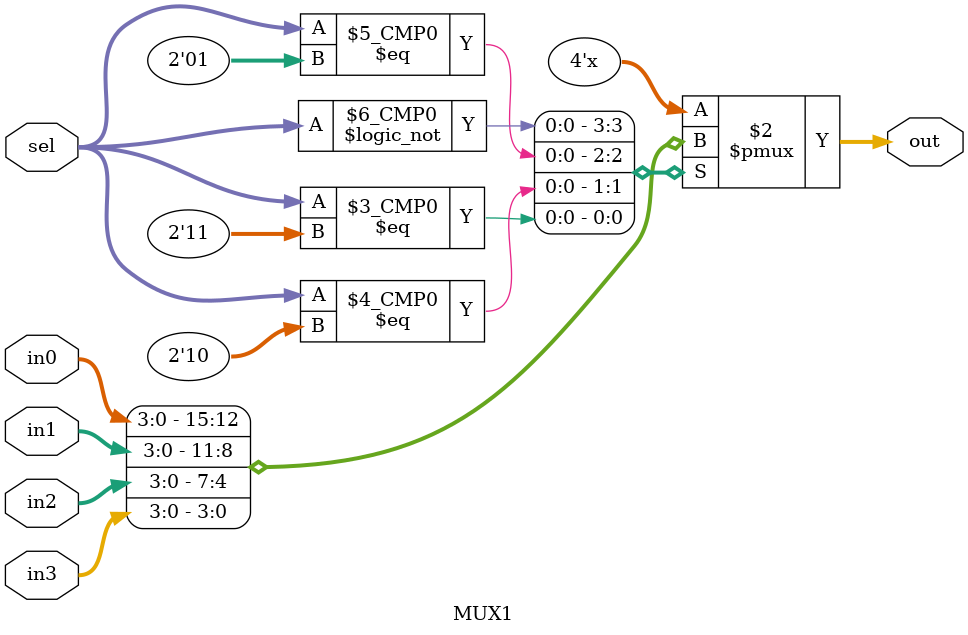
<source format=v>
module MUX1 #(parameter WIDTH = 4) (
        input  wire [1:0]       sel,
        input  wire [WIDTH-1:0] in0,
        input  wire [WIDTH-1:0] in1,
        input  wire [WIDTH-1:0] in2,
        input  wire [WIDTH-1:0] in3,
        output reg  [WIDTH-1:0] out
    );

    always @ (*) begin
        case(sel)
            2'b00: out = in0;
            2'b01: out = in1;
            2'b10: out = in2;
            2'b11: out = in3;
        endcase
    end
    
endmodule

</source>
